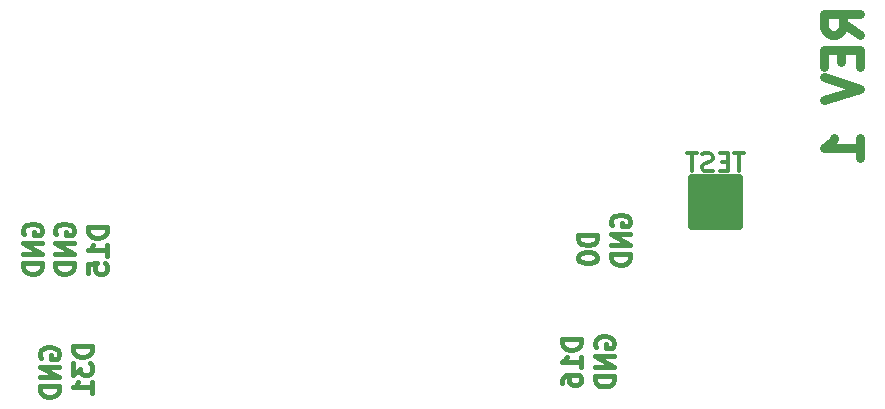
<source format=gbr>
%TF.GenerationSoftware,KiCad,Pcbnew,(6.0.1)*%
%TF.CreationDate,2022-06-22T13:59:59-04:00*%
%TF.ProjectId,LED32-DB37,4c454433-322d-4444-9233-372e6b696361,X1*%
%TF.SameCoordinates,Original*%
%TF.FileFunction,Legend,Bot*%
%TF.FilePolarity,Positive*%
%FSLAX46Y46*%
G04 Gerber Fmt 4.6, Leading zero omitted, Abs format (unit mm)*
G04 Created by KiCad (PCBNEW (6.0.1)) date 2022-06-22 13:59:59*
%MOMM*%
%LPD*%
G01*
G04 APERTURE LIST*
%ADD10C,0.396875*%
%ADD11C,0.750000*%
%ADD12C,0.304800*%
%ADD13C,0.650000*%
G04 APERTURE END LIST*
D10*
X85935154Y-74502697D02*
X84347654Y-74502697D01*
X84347654Y-74880674D01*
X84423250Y-75107459D01*
X84574440Y-75258650D01*
X84725630Y-75334245D01*
X85028011Y-75409840D01*
X85254797Y-75409840D01*
X85557178Y-75334245D01*
X85708369Y-75258650D01*
X85859559Y-75107459D01*
X85935154Y-74880674D01*
X85935154Y-74502697D01*
X85935154Y-76921745D02*
X85935154Y-76014602D01*
X85935154Y-76468174D02*
X84347654Y-76468174D01*
X84574440Y-76316983D01*
X84725630Y-76165793D01*
X84801226Y-76014602D01*
X84347654Y-78358055D02*
X84347654Y-77602102D01*
X85103607Y-77526507D01*
X85028011Y-77602102D01*
X84952416Y-77753293D01*
X84952416Y-78131269D01*
X85028011Y-78282459D01*
X85103607Y-78358055D01*
X85254797Y-78433650D01*
X85632773Y-78433650D01*
X85783964Y-78358055D01*
X85859559Y-78282459D01*
X85935154Y-78131269D01*
X85935154Y-77753293D01*
X85859559Y-77602102D01*
X85783964Y-77526507D01*
X84665154Y-84582944D02*
X83077654Y-84582944D01*
X83077654Y-84960921D01*
X83153250Y-85187706D01*
X83304440Y-85338897D01*
X83455630Y-85414492D01*
X83758011Y-85490087D01*
X83984797Y-85490087D01*
X84287178Y-85414492D01*
X84438369Y-85338897D01*
X84589559Y-85187706D01*
X84665154Y-84960921D01*
X84665154Y-84582944D01*
X83077654Y-86019254D02*
X83077654Y-87001992D01*
X83682416Y-86472825D01*
X83682416Y-86699611D01*
X83758011Y-86850802D01*
X83833607Y-86926397D01*
X83984797Y-87001992D01*
X84362773Y-87001992D01*
X84513964Y-86926397D01*
X84589559Y-86850802D01*
X84665154Y-86699611D01*
X84665154Y-86246040D01*
X84589559Y-86094849D01*
X84513964Y-86019254D01*
X84665154Y-88513897D02*
X84665154Y-87606754D01*
X84665154Y-88060325D02*
X83077654Y-88060325D01*
X83304440Y-87909135D01*
X83455630Y-87757944D01*
X83531226Y-87606754D01*
X127464154Y-75125602D02*
X125876654Y-75125602D01*
X125876654Y-75503578D01*
X125952250Y-75730364D01*
X126103440Y-75881555D01*
X126254630Y-75957150D01*
X126557011Y-76032745D01*
X126783797Y-76032745D01*
X127086178Y-75957150D01*
X127237369Y-75881555D01*
X127388559Y-75730364D01*
X127464154Y-75503578D01*
X127464154Y-75125602D01*
X125876654Y-77015483D02*
X125876654Y-77166674D01*
X125952250Y-77317864D01*
X126027845Y-77393459D01*
X126179035Y-77469055D01*
X126481416Y-77544650D01*
X126859392Y-77544650D01*
X127161773Y-77469055D01*
X127312964Y-77393459D01*
X127388559Y-77317864D01*
X127464154Y-77166674D01*
X127464154Y-77015483D01*
X127388559Y-76864293D01*
X127312964Y-76788697D01*
X127161773Y-76713102D01*
X126859392Y-76637507D01*
X126481416Y-76637507D01*
X126179035Y-76713102D01*
X126027845Y-76788697D01*
X125952250Y-76864293D01*
X125876654Y-77015483D01*
X126067154Y-83947944D02*
X124479654Y-83947944D01*
X124479654Y-84325921D01*
X124555250Y-84552706D01*
X124706440Y-84703897D01*
X124857630Y-84779492D01*
X125160011Y-84855087D01*
X125386797Y-84855087D01*
X125689178Y-84779492D01*
X125840369Y-84703897D01*
X125991559Y-84552706D01*
X126067154Y-84325921D01*
X126067154Y-83947944D01*
X126067154Y-86366992D02*
X126067154Y-85459849D01*
X126067154Y-85913421D02*
X124479654Y-85913421D01*
X124706440Y-85762230D01*
X124857630Y-85611040D01*
X124933226Y-85459849D01*
X124479654Y-87727706D02*
X124479654Y-87425325D01*
X124555250Y-87274135D01*
X124630845Y-87198540D01*
X124857630Y-87047349D01*
X125160011Y-86971754D01*
X125764773Y-86971754D01*
X125915964Y-87047349D01*
X125991559Y-87122944D01*
X126067154Y-87274135D01*
X126067154Y-87576516D01*
X125991559Y-87727706D01*
X125915964Y-87803302D01*
X125764773Y-87878897D01*
X125386797Y-87878897D01*
X125235607Y-87803302D01*
X125160011Y-87727706D01*
X125084416Y-87576516D01*
X125084416Y-87274135D01*
X125160011Y-87122944D01*
X125235607Y-87047349D01*
X125386797Y-86971754D01*
X81629250Y-75107459D02*
X81553654Y-74956269D01*
X81553654Y-74729483D01*
X81629250Y-74502697D01*
X81780440Y-74351507D01*
X81931630Y-74275912D01*
X82234011Y-74200316D01*
X82460797Y-74200316D01*
X82763178Y-74275912D01*
X82914369Y-74351507D01*
X83065559Y-74502697D01*
X83141154Y-74729483D01*
X83141154Y-74880674D01*
X83065559Y-75107459D01*
X82989964Y-75183055D01*
X82460797Y-75183055D01*
X82460797Y-74880674D01*
X83141154Y-75863412D02*
X81553654Y-75863412D01*
X83141154Y-76770555D01*
X81553654Y-76770555D01*
X83141154Y-77526507D02*
X81553654Y-77526507D01*
X81553654Y-77904483D01*
X81629250Y-78131269D01*
X81780440Y-78282459D01*
X81931630Y-78358055D01*
X82234011Y-78433650D01*
X82460797Y-78433650D01*
X82763178Y-78358055D01*
X82914369Y-78282459D01*
X83065559Y-78131269D01*
X83141154Y-77904483D01*
X83141154Y-77526507D01*
X78962250Y-75107459D02*
X78886654Y-74956269D01*
X78886654Y-74729483D01*
X78962250Y-74502697D01*
X79113440Y-74351507D01*
X79264630Y-74275912D01*
X79567011Y-74200316D01*
X79793797Y-74200316D01*
X80096178Y-74275912D01*
X80247369Y-74351507D01*
X80398559Y-74502697D01*
X80474154Y-74729483D01*
X80474154Y-74880674D01*
X80398559Y-75107459D01*
X80322964Y-75183055D01*
X79793797Y-75183055D01*
X79793797Y-74880674D01*
X80474154Y-75863412D02*
X78886654Y-75863412D01*
X80474154Y-76770555D01*
X78886654Y-76770555D01*
X80474154Y-77526507D02*
X78886654Y-77526507D01*
X78886654Y-77904483D01*
X78962250Y-78131269D01*
X79113440Y-78282459D01*
X79264630Y-78358055D01*
X79567011Y-78433650D01*
X79793797Y-78433650D01*
X80096178Y-78358055D01*
X80247369Y-78282459D01*
X80398559Y-78131269D01*
X80474154Y-77904483D01*
X80474154Y-77526507D01*
X80359250Y-85541492D02*
X80283654Y-85390302D01*
X80283654Y-85163516D01*
X80359250Y-84936730D01*
X80510440Y-84785540D01*
X80661630Y-84709944D01*
X80964011Y-84634349D01*
X81190797Y-84634349D01*
X81493178Y-84709944D01*
X81644369Y-84785540D01*
X81795559Y-84936730D01*
X81871154Y-85163516D01*
X81871154Y-85314706D01*
X81795559Y-85541492D01*
X81719964Y-85617087D01*
X81190797Y-85617087D01*
X81190797Y-85314706D01*
X81871154Y-86297444D02*
X80283654Y-86297444D01*
X81871154Y-87204587D01*
X80283654Y-87204587D01*
X81871154Y-87960540D02*
X80283654Y-87960540D01*
X80283654Y-88338516D01*
X80359250Y-88565302D01*
X80510440Y-88716492D01*
X80661630Y-88792087D01*
X80964011Y-88867683D01*
X81190797Y-88867683D01*
X81493178Y-88792087D01*
X81644369Y-88716492D01*
X81795559Y-88565302D01*
X81871154Y-88338516D01*
X81871154Y-87960540D01*
X128746250Y-74345459D02*
X128670654Y-74194269D01*
X128670654Y-73967483D01*
X128746250Y-73740697D01*
X128897440Y-73589507D01*
X129048630Y-73513912D01*
X129351011Y-73438316D01*
X129577797Y-73438316D01*
X129880178Y-73513912D01*
X130031369Y-73589507D01*
X130182559Y-73740697D01*
X130258154Y-73967483D01*
X130258154Y-74118674D01*
X130182559Y-74345459D01*
X130106964Y-74421055D01*
X129577797Y-74421055D01*
X129577797Y-74118674D01*
X130258154Y-75101412D02*
X128670654Y-75101412D01*
X130258154Y-76008555D01*
X128670654Y-76008555D01*
X130258154Y-76764507D02*
X128670654Y-76764507D01*
X128670654Y-77142483D01*
X128746250Y-77369269D01*
X128897440Y-77520459D01*
X129048630Y-77596055D01*
X129351011Y-77671650D01*
X129577797Y-77671650D01*
X129880178Y-77596055D01*
X130031369Y-77520459D01*
X130182559Y-77369269D01*
X130258154Y-77142483D01*
X130258154Y-76764507D01*
X127349250Y-84652492D02*
X127273654Y-84501302D01*
X127273654Y-84274516D01*
X127349250Y-84047730D01*
X127500440Y-83896540D01*
X127651630Y-83820944D01*
X127954011Y-83745349D01*
X128180797Y-83745349D01*
X128483178Y-83820944D01*
X128634369Y-83896540D01*
X128785559Y-84047730D01*
X128861154Y-84274516D01*
X128861154Y-84425706D01*
X128785559Y-84652492D01*
X128709964Y-84728087D01*
X128180797Y-84728087D01*
X128180797Y-84425706D01*
X128861154Y-85408444D02*
X127273654Y-85408444D01*
X128861154Y-86315587D01*
X127273654Y-86315587D01*
X128861154Y-87071540D02*
X127273654Y-87071540D01*
X127273654Y-87449516D01*
X127349250Y-87676302D01*
X127500440Y-87827492D01*
X127651630Y-87903087D01*
X127954011Y-87978683D01*
X128180797Y-87978683D01*
X128483178Y-87903087D01*
X128634369Y-87827492D01*
X128785559Y-87676302D01*
X128861154Y-87449516D01*
X128861154Y-87071540D01*
D11*
X149693142Y-58198285D02*
X148264571Y-57198285D01*
X149693142Y-56484000D02*
X146693142Y-56484000D01*
X146693142Y-57626857D01*
X146836000Y-57912571D01*
X146978857Y-58055428D01*
X147264571Y-58198285D01*
X147693142Y-58198285D01*
X147978857Y-58055428D01*
X148121714Y-57912571D01*
X148264571Y-57626857D01*
X148264571Y-56484000D01*
X148121714Y-59484000D02*
X148121714Y-60484000D01*
X149693142Y-60912571D02*
X149693142Y-59484000D01*
X146693142Y-59484000D01*
X146693142Y-60912571D01*
X146693142Y-61769714D02*
X149693142Y-62769714D01*
X146693142Y-63769714D01*
X149693142Y-68626857D02*
X149693142Y-66912571D01*
X149693142Y-67769714D02*
X146693142Y-67769714D01*
X147121714Y-67484000D01*
X147407428Y-67198285D01*
X147550285Y-66912571D01*
D12*
%TO.C,TEST*%
X139931142Y-68253428D02*
X139060285Y-68253428D01*
X139495714Y-69777428D02*
X139495714Y-68253428D01*
X138552285Y-68979142D02*
X138044285Y-68979142D01*
X137826571Y-69777428D02*
X138552285Y-69777428D01*
X138552285Y-68253428D01*
X137826571Y-68253428D01*
X137246000Y-69704857D02*
X137028285Y-69777428D01*
X136665428Y-69777428D01*
X136520285Y-69704857D01*
X136447714Y-69632285D01*
X136375142Y-69487142D01*
X136375142Y-69342000D01*
X136447714Y-69196857D01*
X136520285Y-69124285D01*
X136665428Y-69051714D01*
X136955714Y-68979142D01*
X137100857Y-68906571D01*
X137173428Y-68834000D01*
X137246000Y-68688857D01*
X137246000Y-68543714D01*
X137173428Y-68398571D01*
X137100857Y-68326000D01*
X136955714Y-68253428D01*
X136592857Y-68253428D01*
X136375142Y-68326000D01*
X135939714Y-68253428D02*
X135068857Y-68253428D01*
X135504285Y-69777428D02*
X135504285Y-68253428D01*
D13*
X139500000Y-74374000D02*
X135500000Y-74374000D01*
X135500000Y-74374000D02*
X135500000Y-70374000D01*
X135500000Y-70374000D02*
X139500000Y-70374000D01*
X139500000Y-70374000D02*
X139500000Y-74374000D01*
X139500000Y-74374000D02*
X139500000Y-73874000D01*
X139500000Y-73874000D02*
X135500000Y-73874000D01*
X135500000Y-73874000D02*
X135500000Y-73374000D01*
X135500000Y-73374000D02*
X139500000Y-73374000D01*
X139500000Y-73374000D02*
X139500000Y-72874000D01*
X139500000Y-72874000D02*
X135500000Y-72874000D01*
X135500000Y-72874000D02*
X135500000Y-72374000D01*
X135500000Y-72374000D02*
X139500000Y-72374000D01*
X139500000Y-72374000D02*
X139500000Y-71874000D01*
X139500000Y-71874000D02*
X136000000Y-71874000D01*
X136000000Y-71874000D02*
X135500000Y-71874000D01*
X135500000Y-71874000D02*
X135500000Y-71374000D01*
X135500000Y-71374000D02*
X139500000Y-71374000D01*
X139500000Y-71374000D02*
X139500000Y-70874000D01*
X139500000Y-70874000D02*
X135500000Y-70874000D01*
%TD*%
M02*

</source>
